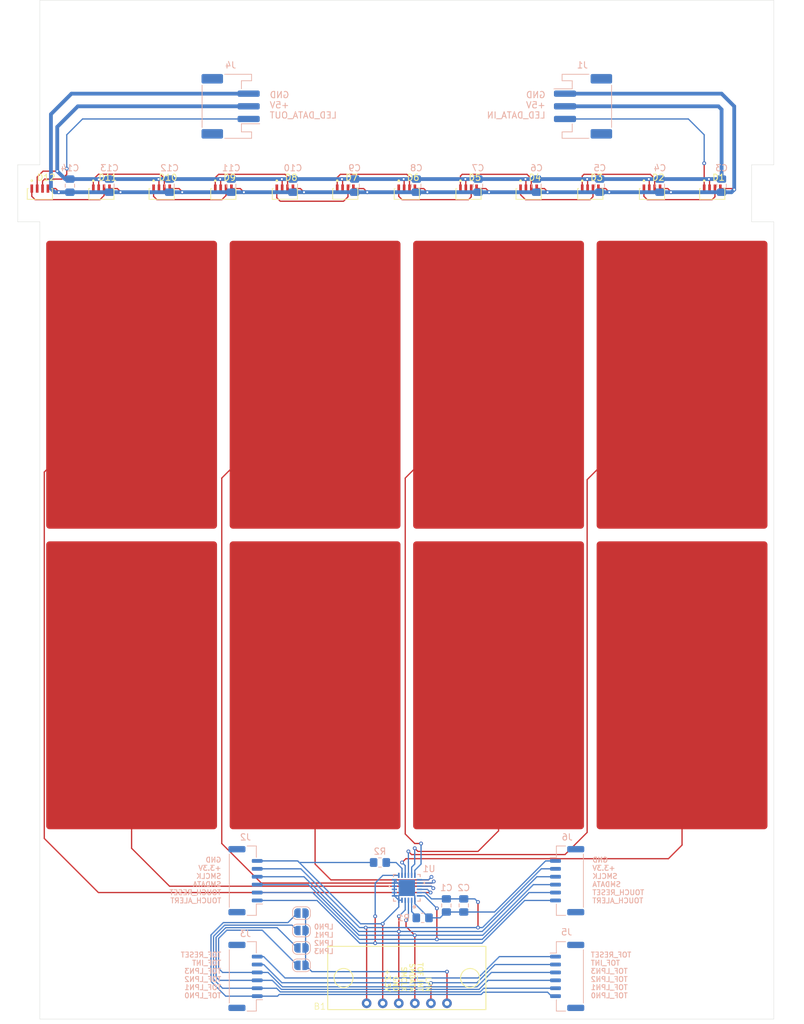
<source format=kicad_pcb>
(kicad_pcb (version 20241229) (generator "pcbnew") (generator_version "9.0")
  (layers (0 "F.Cu" signal) (2 "B.Cu" signal) (13 "F.Paste" user) (15 "B.Paste" user) (5 "F.SilkS" user "F.Silkscreen") (7 "B.SilkS" user "B.Silkscreen") (1 "F.Mask" user) (3 "B.Mask" user) (25 "Edge.Cuts" user))
  (net 0 "")
  (net 1 "+3.3V")
  (net 2 "SMDATA")
  (net 3 "TOUCH_RESET")
  (net 4 "GND")
  (net 5 "TOUCH_ALERT")
  (net 6 "SMCLK")
  (net 7 "Net-(K1-Pin_1)")
  (net 8 "Net-(K2-Pin_1)")
  (net 9 "Net-(K3-Pin_1)")
  (net 10 "Net-(K4-Pin_1)")
  (net 11 "Net-(K5-Pin_1)")
  (net 12 "Net-(K6-Pin_1)")
  (net 13 "Net-(K7-Pin_1)")
  (net 14 "Net-(K8-Pin_1)")
  (net 15 "Net-(U1-WAKE{slash}SPI_MOSI)")
  (net 16 "Net-(U1-ADDR_COMM)")
  (net 17 "+5V")
  (net 18 "Net-(D1-DOUT)")
  (net 19 "Net-(D11-DOUT)")
  (net 20 "Net-(D2-DOUT)")
  (net 21 "Net-(D3-DOUT)")
  (net 22 "Net-(D4-DOUT)")
  (net 23 "Net-(D5-DOUT)")
  (net 24 "Net-(D6-DOUT)")
  (net 25 "Net-(D7-DOUT)")
  (net 26 "Net-(D10-DIN)")
  (net 27 "Net-(D10-DOUT)")
  (net 28 "Net-(D8-DOUT)")
  (net 29 "LED_DATA_IN")
  (net 30 "LED_DATA_OUT")
  (net 31 "TOF_LPN0")
  (net 32 "TOF_RESET")
  (net 33 "TOF_LPN3")
  (net 34 "TOF_INT")
  (net 35 "TOF_LPN2")
  (net 36 "TOF_LPN1")
  (net 37 "Net-(B1-LPN)")
  (footprint "WS2812B-4020:LED_WS2812B-4020" (layer "F.Cu") (at 243.975 131.35 180)
    (property "Reference" "D8")
    (property "Value" "WS2812B-4020")
  )
  (footprint "WS2812B-4020:LED_WS2812B-4020" (layer "F.Cu") (at 234.25 131.35 180)
    (property "Reference" "D9")
    (property "Value" "WS2812B-4020")
  )
  (footprint "WS2812B-4020:LED_WS2812B-4020" (layer "F.Cu") (at 282.5 131.35 180)
    (property "Reference" "D4")
    (property "Value" "WS2812B-4020")
  )
  (footprint "WS2812B-4020:LED_WS2812B-4020" (layer "F.Cu") (at 311.525 131.35 180)
    (property "Reference" "D1")
    (property "Value" "WS2812B-4020")
  )
  (footprint "WS2812B-4020:LED_WS2812B-4020" (layer "F.Cu") (at 224.5 131.35 180)
    (property "Reference" "D10")
    (property "Value" "WS2812B-4020")
  )
  (footprint "WS2812B-4020:LED_WS2812B-4020" (layer "F.Cu") (at 214.975 131.35 180)
    (property "Reference" "D11")
    (property "Value" "WS2812B-4020")
  )
  (footprint "TouchKey:TouchKey_Standard" (layer "F.Cu") (at 248.75 212.25)
    (property "Reference" "K4" (hide yes))
    (property "Value" "Conn_01x01")
  )
  (footprint "TouchKey:TouchKey_Standard" (layer "F.Cu") (at 248.75 158.25 180)
    (property "Reference" "K3" (hide yes))
    (property "Value" "Conn_01x01")
  )
  (footprint "MountingHole:MountingHole_3.2mm_M3" (layer "F.Cu") (at 311.25 255.75)
    (property "Reference" "H4" (hide yes))
    (property "Value" "MountingHole")
  )
  (footprint "WS2812B-4020:LED_WS2812B-4020" (layer "F.Cu") (at 253.525 131.35 180)
    (property "Reference" "D7")
    (property "Value" "WS2812B-4020")
  )
  (footprint "WS2812B-4020:LED_WS2812B-4020" (layer "F.Cu") (at 292.25 131.35 180)
    (property "Reference" "D3")
    (property "Value" "WS2812B-4020")
  )
  (footprint "MountingHole:MountingHole_3.2mm_M3" (layer "F.Cu") (at 311.25 106.75)
    (property "Reference" "H2" (hide yes))
    (property "Value" "MountingHole")
  )
  (footprint "WS2812B-4020:LED_WS2812B-4020" (layer "F.Cu") (at 273 131.35 180)
    (property "Reference" "D5")
    (property "Value" "WS2812B-4020")
  )
  (footprint "TouchKey:TouchKey_Standard" (layer "F.Cu") (at 306.75 212.25)
    (property "Reference" "K8" (hide yes))
    (property "Value" "Conn_01x01")
  )
  (footprint "WS2812B-4020:LED_WS2812B-4020" (layer "F.Cu") (at 302 131.35 180)
    (property "Reference" "D2")
    (property "Value" "WS2812B-4020")
  )
  (footprint "TouchKey:TouchKey_Standard" (layer "F.Cu") (at 219.75 158.25 180)
    (property "Reference" "K1" (hide yes))
    (property "Value" "Conn_01x01")
  )
  (footprint "TouchKey:TouchKey_Standard" (layer "F.Cu") (at 277.75 212.25)
    (property "Reference" "K6" (hide yes))
    (property "Value" "Conn_01x01")
  )
  (footprint "WS2812B-4020:LED_WS2812B-4020" (layer "F.Cu") (at 205.25 131.35 180)
    (property "Reference" "D12")
    (property "Value" "WS2812B-4020")
  )
  (footprint "MountingHole:MountingHole_3.2mm_M3" (layer "F.Cu") (at 215.25 106.75)
    (property "Reference" "H1" (hide yes))
    (property "Value" "MountingHole")
  )
  (footprint "WS2812B-4020:LED_WS2812B-4020" (layer "F.Cu") (at 263.25 131.35 180)
    (property "Reference" "D6")
    (property "Value" "WS2812B-4020")
  )
  (footprint "TouchKey:TouchKey_Standard" (layer "F.Cu") (at 219.75 212.25)
    (property "Reference" "K2" (hide yes))
    (property "Value" "Conn_01x01")
  )
  (footprint "TouchKey:TouchKey_Standard" (layer "F.Cu") (at 306.75 158.25 180)
    (property "Reference" "K7" (hide yes))
    (property "Value" "Conn_01x01")
  )
  (footprint "TouchKey:TouchKey_Standard" (layer "F.Cu") (at 277.75 158.25 180)
    (property "Reference" "K5" (hide yes))
    (property "Value" "Conn_01x01")
  )
  (footprint "MountingHole:MountingHole_3.2mm_M3" (layer "F.Cu") (at 215.25 255.75)
    (property "Reference" "H3" (hide yes))
    (property "Value" "MountingHole")
  )
  (footprint "VL53L5CX_Breakout:VL53L5CX_Breakout_Aliexpress" (layer "F.Cu") (at 263.25 255.25 180)
    (property "Reference" "B1")
    (property "Value" "~")
  )
  (footprint "Resistor_SMD:R_0805_2012Metric_Pad1.20x1.40mm_HandSolder" (layer "B.Cu") (at 265.75 245.75 180)
    (property "Reference" "R1")
    (property "Value" "10k")
  )
  (footprint "Capacitor_SMD:C_0805_2012Metric_Pad1.18x1.45mm_HandSolder" (layer "B.Cu") (at 313 130.0375 90)
    (property "Reference" "C3")
    (property "Value" "0.1uF")
  )
  (footprint "Capacitor_SMD:C_0805_2012Metric_Pad1.18x1.45mm_HandSolder" (layer "B.Cu") (at 235.5 130.0375 90)
    (property "Reference" "C11")
    (property "Value" "0.1uF")
  )
  (footprint "Capacitor_SMD:C_0805_2012Metric_Pad1.18x1.45mm_HandSolder" (layer "B.Cu") (at 210 130.0375 90)
    (property "Reference" "C14")
    (property "Value" "0.1uF")
  )
  (footprint "Resistor_SMD:R_0805_2012Metric_Pad1.20x1.40mm_HandSolder" (layer "B.Cu") (at 259 237 180)
    (property "Reference" "R2")
    (property "Value" "150k")
  )
  (footprint "Capacitor_SMD:C_0805_2012Metric_Pad1.18x1.45mm_HandSolder" (layer "B.Cu") (at 225.75 130.0375 90)
    (property "Reference" "C12")
    (property "Value" "0.1uF")
  )
  (footprint "CAP1188_1_CP_TR:QFN24_4X4MC_MCH" (layer "B.Cu") (at 263.25 241 90)
    (property "Reference" "U1")
    (property "Value" "CAP1188-1-CP-TR")
  )
  (footprint "Jumper:SolderJumper-2_P1.3mm_Open_RoundedPad1.0x1.5mm" (layer "B.Cu") (at 246.6 247.75)
    (property "Reference" "JP2" (hide yes))
    (property "Value" "SolderJumper_2_Open")
  )
  (footprint "Jumper:SolderJumper-2_P1.3mm_Open_RoundedPad1.0x1.5mm" (layer "B.Cu") (at 246.6 250.5)
    (property "Reference" "JP3" (hide yes))
    (property "Value" "SolderJumper_2_Open")
  )
  (footprint "Connector_JST:JST_PH_S3B-PH-SM4-TB_1x03-1MP_P2.00mm_Horizontal" (layer "B.Cu") (at 291.1 117.5 -90)
    (property "Reference" "J1")
    (property "Value" "Conn_01x03_Socket")
  )
  (footprint "Capacitor_SMD:C_0805_2012Metric_Pad1.18x1.45mm_HandSolder" (layer "B.Cu") (at 264.75 130.0375 90)
    (property "Reference" "C8")
    (property "Value" "0.1uF")
  )
  (footprint "Connector_JST:JST_GH_SM06B-GHS-TB_1x06-1MP_P1.25mm_Horizontal" (layer "B.Cu") (at 288.6 255 -90)
    (property "Reference" "J5")
    (property "Value" "Conn_01x06_Socket")
  )
  (footprint "Capacitor_SMD:C_0805_2012Metric_Pad1.18x1.45mm_HandSolder" (layer "B.Cu") (at 274.5 130.0375 90)
    (property "Reference" "C7")
    (property "Value" "0.1uF")
  )
  (footprint "Capacitor_SMD:C_0805_2012Metric_Pad1.18x1.45mm_HandSolder" (layer "B.Cu") (at 272.25 243.7875 -90)
    (property "Reference" "C2")
    (property "Value" "10uF")
  )
  (footprint "Capacitor_SMD:C_0805_2012Metric_Pad1.18x1.45mm_HandSolder" (layer "B.Cu") (at 255 130.0375 90)
    (property "Reference" "C9")
    (property "Value" "0.1uF")
  )
  (footprint "Capacitor_SMD:C_0805_2012Metric_Pad1.18x1.45mm_HandSolder" (layer "B.Cu") (at 283.75 130.0375 90)
    (property "Reference" "C6")
    (property "Value" "0.1uF")
  )
  (footprint "Capacitor_SMD:C_0805_2012Metric_Pad1.18x1.45mm_HandSolder" (layer "B.Cu") (at 293.75 130.0375 90)
    (property "Reference" "C5")
    (property "Value" "0.1uF")
  )
  (footprint "Capacitor_SMD:C_0805_2012Metric_Pad1.18x1.45mm_HandSolder" (layer "B.Cu") (at 216.25 130.0375 90)
    (property "Reference" "C13")
    (property "Value" "0.1uF")
  )
  (footprint "Logo:Snep_Copper" (layer "B.Cu") (at 262.5 117.5 180)
    (property "Reference" "G***" (hide yes))
    (property "Value" "LOGO" (hide yes))
  )
  (footprint "Capacitor_SMD:C_0805_2012Metric_Pad1.18x1.45mm_HandSolder" (layer "B.Cu") (at 269.5 243.7875 -90)
    (property "Reference" "C1")
    (property "Value" "0.1uF")
  )
  (footprint "Capacitor_SMD:C_0805_2012Metric_Pad1.18x1.45mm_HandSolder" (layer "B.Cu") (at 245.25 130.0375 90)
    (property "Reference" "C10")
    (property "Value" "0.1uF")
  )
  (footprint "Connector_JST:JST_PH_S3B-PH-SM4-TB_1x03-1MP_P2.00mm_Horizontal" (layer "B.Cu") (at 235.4 117.5 90)
    (property "Reference" "J4")
    (property "Value" "Conn_01x03_Socket")
  )
  (footprint "Connector_JST:JST_GH_SM06B-GHS-TB_1x06-1MP_P1.25mm_Horizontal" (layer "B.Cu") (at 288.6 239.875 -90)
    (property "Reference" "J6")
    (property "Value" "Conn_01x06_Socket")
  )
  (footprint "Connector_JST:JST_GH_SM06B-GHS-TB_1x06-1MP_P1.25mm_Horizontal" (layer "B.Cu") (at 237.75 255 90)
    (property "Reference" "J3")
    (property "Value" "Conn_01x06_Socket")
  )
  (footprint "Capacitor_SMD:C_0805_2012Metric_Pad1.18x1.45mm_HandSolder" (layer "B.Cu") (at 303.25 130.0375 90)
    (property "Reference" "C4")
    (property "Value" "0.1uF")
  )
  (footprint "Jumper:SolderJumper-2_P1.3mm_Open_RoundedPad1.0x1.5mm" (layer "B.Cu") (at 246.6 253.25)
    (property "Reference" "JP4" (hide yes))
    (property "Value" "SolderJumper_2_Open")
  )
  (footprint "Jumper:SolderJumper-2_P1.3mm_Open_RoundedPad1.0x1.5mm" (layer "B.Cu") (at 246.6 245)
    (property "Reference" "JP1" (hide yes))
    (property "Value" "SolderJumper_2_Open")
  )
  (footprint "Connector_JST:JST_GH_SM06B-GHS-TB_1x06-1MP_P1.25mm_Horizontal" (layer "B.Cu") (at 237.75 239.875 90)
    (property "Reference" "J2")
    (property "Value" "Conn_01x06_Socket")
  )
  (gr_line (start 321.25 100.75) (end 321.25 126.75) (stroke (width 0.05)) (layer "Edge.Cuts"))
  (gr_line (start 205.25 100.75) (end 205.25 126.75) (stroke (width 0.05)) (layer "Edge.Cuts"))
  (gr_line (start 201.75 126.75) (end 201.75 135.75) (stroke (width 0.05)) (layer "Edge.Cuts"))
  (gr_line (start 321.25 135.75) (end 317.75 135.75) (stroke (width 0.05)) (layer "Edge.Cuts"))
  (gr_line (start 321.25 135.75) (end 321.25 261.75) (stroke (width 0.05)) (layer "Edge.Cuts"))
  (gr_line (start 205.25 135.75) (end 205.25 261.75) (stroke (width 0.05)) (layer "Edge.Cuts"))
  (gr_line (start 321.25 261.75) (end 205.25 261.75) (stroke (width 0.05)) (layer "Edge.Cuts"))
  (gr_line (start 205.25 135.75) (end 201.75 135.75) (stroke (width 0.05)) (layer "Edge.Cuts"))
  (gr_line (start 205.25 100.75) (end 321.25 100.75) (stroke (width 0.05)) (layer "Edge.Cuts"))
  (gr_line (start 317.75 126.75) (end 317.75 135.75) (stroke (width 0.05)) (layer "Edge.Cuts"))
  (gr_line (start 201.75 126.75) (end 205.25 126.75) (stroke (width 0.05)) (layer "Edge.Cuts"))
  (gr_line (start 317.75 126.75) (end 321.25 126.75) (stroke (width 0.05)) (layer "Edge.Cuts"))
  (gr_text "LPN\nTOF_INT\nSMDATA\nSMCLK\nGND\n+3.3V" (at 259.75 257.5 270) (layer "F.SilkS") (effects (font (size 0.8 0.8)) (justify right bottom)))
  (gr_text "GND\n+5V\nLED_DATA_IN" (at 285.25 119.5 0) (layer "B.SilkS") (effects (font (size 1 1)) (justify left bottom mirror)))
  (gr_text "GND\n+3.3V\nSMCLK\nSMDATA\nTOUCH_RESET\nTOUCH_ALERT" (at 292.5 243.5 0) (layer "B.SilkS") (effects (font (size 0.8 0.8)) (justify right bottom mirror)))
  (gr_text "LPN0\nLPN1\nLPN2\nLPN3" (at 251.75 251.5 0) (layer "B.SilkS") (effects (font (size 0.8 0.8)) (justify left bottom mirror)))
  (gr_text "TOF_RESET\nTOF_INT\nTOF_LPN3\nTOF_LPN2\nTOF_LPN1\nTOF_LPN0" (at 292.25 258.5 0) (layer "B.SilkS") (effects (font (size 0.8 0.8)) (justify right bottom mirror)))
  (gr_text "GND\n+5V\nLED_DATA_OUT" (at 241.5 119.5 0) (layer "B.SilkS") (effects (font (size 1 1)) (justify right bottom mirror)))
  (gr_text "GND\n+3.3V\nSMCLK\nSMDATA\nTOUCH_RESET\nTOUCH_ALERT" (at 234 243.5 0) (layer "B.SilkS") (effects (font (size 0.8 0.8)) (justify left bottom mirror)))
  (gr_text "TOF_RESET\nTOF_INT\nTOF_LPN3\nTOF_LPN2\nTOF_LPN1\nTOF_LPN0" (at 234 258.5 0) (layer "B.SilkS") (effects (font (size 0.8 0.8)) (justify left bottom mirror)))
  (segment (start 256.9 247.436657) (end 256.9 259.25) (width 0.2) (layer "F.Cu") (net 1))
  (segment (start 274.5 243.25) (end 274.5 247.286657) (width 0.2) (layer "F.Cu") (net 1))
  (segment (start 256.75 247.286657) (end 256.9 247.436657) (width 0.2) (layer "F.Cu") (net 1))
  (via (at 256.75 247.286657) (size 0.6) (drill 0.3) (layers "F.Cu" "B.Cu") (net 1))
  (via (at 274.5 243.25) (size 0.6) (drill 0.3) (layers "F.Cu" "B.Cu") (net 1))
  (via (at 274.5 247.286657) (size 0.6) (drill 0.3) (layers "F.Cu" "B.Cu") (net 1))
  (segment (start 265.2185 241.762) (end 266.163471 241.762) (width 0.2) (layer "B.Cu") (net 1))
  (segment (start 267.151471 242.75) (end 271.5 242.75) (width 0.2) (layer "B.Cu") (net 1))
  (segment (start 266.163471 241.762) (end 267.151471 242.75) (width 0.2) (layer "B.Cu") (net 1))
  (segment (start 274.5 247.286657) (end 275.213343 247.286657) (width 0.2) (layer "B.Cu") (net 1))
  (segment (start 274 242.75) (end 274.5 243.25) (width 0.2) (layer "B.Cu") (net 1))
  (segment (start 255.786657 247.286657) (end 246.5 238) (width 0.2) (layer "B.Cu") (net 1))
  (segment (start 256.75 247.286657) (end 255.786657 247.286657) (width 0.2) (layer "B.Cu") (net 1))
  (segment (start 284.5 238) (end 286.75 238) (width 0.2) (layer "B.Cu") (net 1))
  (segment (start 272.25 242.75) (end 274 242.75) (width 0.2) (layer "B.Cu") (net 1))
  (segment (start 274.5 247.286657) (end 256.75 247.286657) (width 0.2) (layer "B.Cu") (net 1))
  (segment (start 271.5 242.75) (end 272.25 242.75) (width 0.2) (layer "B.Cu") (net 1))
  (segment (start 275.213343 247.286657) (end 284.5 238) (width 0.2) (layer "B.Cu") (net 1))
  (segment (start 246.5 238) (end 239.6 238) (width 0.2) (layer "B.Cu") (net 1))
  (segment (start 263.125 247.125) (end 263.125 246.125) (width 0.2) (layer "F.Cu") (net 2))
  (segment (start 264.52 248.52) (end 264.52 259.25) (width 0.2) (layer "F.Cu") (net 2))
  (segment (start 264.5 248.5) (end 264.52 248.52) (width 0.2) (layer "F.Cu") (net 2))
  (segment (start 264.5 248.5) (end 263.125 247.125) (width 0.2) (layer "F.Cu") (net 2))
  (via (at 263.125 246.125) (size 0.6) (drill 0.3) (layers "F.Cu" "B.Cu") (net 2))
  (via (at 264.5 248.5) (size 0.6) (drill 0.3) (layers "F.Cu" "B.Cu") (net 2))
  (segment (start 262.249943 248.5) (end 264.5 248.5) (width 0.2) (layer "B.Cu") (net 2))
  (segment (start 247.6829 240.5) (end 255.6829 248.5) (width 0.2) (layer "B.Cu") (net 2))
  (segment (start 262.248943 248.501) (end 262.249943 248.5) (width 0.2) (layer "B.Cu") (net 2))
  (segment (start 239.6 240.5) (end 247.6829 240.5) (width 0.2) (layer "B.Cu") (net 2))
  (segment (start 261.750057 248.5) (end 261.751057 248.501) (width 0.2) (layer "B.Cu") (net 2))
  (segment (start 263.504 245.746) (end 263.504 242.9685) (width 0.2) (layer "B.Cu") (net 2))
  (segment (start 255.6829 248.5) (end 261.750057 248.5) (width 0.2) (layer "B.Cu") (net 2))
  (segment (start 283.25 240.5) (end 286.75 240.5) (width 0.2) (layer "B.Cu") (net 2))
  (segment (start 275.25 248.5) (end 283.25 240.5) (width 0.2) (layer "B.Cu") (net 2))
  (segment (start 263.125 246.125) (end 263.504 245.746) (width 0.2) (layer "B.Cu") (net 2))
  (segment (start 261.751057 248.501) (end 262.248943 248.501) (width 0.2) (layer "B.Cu") (net 2))
  (segment (start 264.5 248.5) (end 275.25 248.5) (width 0.2) (layer "B.Cu") (net 2))
  (segment (start 268 249.15) (end 268 244.25) (width 0.2) (layer "F.Cu") (net 3))
  (via (at 268 249.15) (size 0.6) (drill 0.3) (layers "F.Cu" "B.Cu") (net 3))
  (via (at 268 244.25) (size 0.6) (drill 0.3) (layers "F.Cu" "B.Cu") (net 3))
  (segment (start 282.565686 241.75) (end 286.75 241.75) (width 0.2) (layer "B.Cu") (net 3))
  (segment (start 248.3658 241.75) (end 255.7658 249.15) (width 0.2) (layer "B.Cu") (net 3))
  (segment (start 268 249.15) (end 275.165686 249.15) (width 0.2) (layer "B.Cu") (net 3))
  (segment (start 239.6 241.75) (end 248.3658 241.75) (width 0.2) (layer "B.Cu") (net 3))
  (segment (start 255.7658 249.15) (end 268 249.15) (width 0.2) (layer "B.Cu") (net 3))
  (segment (start 266.02 242.27) (end 265.2185 242.27) (width 0.2) (layer "B.Cu") (net 3))
  (segment (start 275.165686 249.15) (end 282.565686 241.75) (width 0.2) (layer "B.Cu") (net 3))
  (segment (start 268 244.25) (end 266.02 242.27) (width 0.2) (layer "B.Cu") (net 3))
  (segment (start 217.5 130.5) (end 216.25 130.5) (width 0.2) (layer "F.Cu") (net 4))
  (segment (start 237.5 131.075) (end 236.925 130.5) (width 0.2) (layer "F.Cu") (net 4))
  (segment (start 314.85 130.5) (end 312.8 130.5) (width 0.2) (layer "F.Cu") (net 4))
  (segment (start 304.5 130.5) (end 303.275 130.5) (width 0.2) (layer "F.Cu") (net 4))
  (segment (start 285 130.5) (end 283.775 130.5) (width 0.2) (layer "F.Cu") (net 4))
  (segment (start 294.675 130.5) (end 293.525 130.5) (width 0.2) (layer "F.Cu") (net 4))
  (segment (start 247 131.075) (end 246.425 130.5) (width 0.2) (layer "F.Cu") (net 4))
  (segment (start 227.25 130.5) (end 225.775 130.5) (width 0.2) (layer "F.Cu") (net 4))
  (segment (start 285.5 131.075) (end 285.5 131) (width 0.2) (layer "F.Cu") (net 4))
  (segment (start 285.5 131) (end 285 130.5) (width 0.2) (layer "F.Cu") (net 4))
  (segment (start 218 131.075) (end 218 131) (width 0.2) (layer "F.Cu") (net 4))
  (segment (start 266.5 131.075) (end 265.925 130.5) (width 0.2) (layer "F.Cu") (net 4))
  (segment (start 276.25 131) (end 275.75 130.5) (width 0.2) (layer "F.Cu") (net 4))
  (segment (start 207.75 130.5) (end 206.525 130.5) (width 0.2) (layer "F.Cu") (net 4))
  (segment (start 218 131) (end 217.5 130.5) (width 0.2) (layer "F.Cu") (net 4))
  (segment (start 275.75 130.5) (end 274.275 130.5) (width 0.2) (layer "F.Cu") (net 4))
  (segment (start 246.425 130.5) (end 245.25 130.5) (width 0.2) (layer "F.Cu") (net 4))
  (segment (start 208.25 131.075) (end 208.25 131) (width 0.2) (layer "F.Cu") (net 4))
  (segment (start 315 130.65) (end 314.85 130.5) (width 0.2) (layer "F.Cu") (net 4))
  (segment (start 305 131) (end 304.5 130.5) (width 0.2) (layer "F.Cu") (net 4))
  (segment (start 276.25 131.075) (end 276.25 131) (width 0.2) (layer "F.Cu") (net 4))
  (segment (start 305 131.075) (end 305 131) (width 0.2) (layer "F.Cu") (net 4))
  (segment (start 265.925 130.5) (end 264.525 130.5) (width 0.2) (layer "F.Cu") (net 4))
  (segment (start 236.925 130.5) (end 235.525 130.5) (width 0.2) (layer "F.Cu") (net 4))
  (segment (start 208.25 131) (end 207.75 130.5) (width 0.2) (layer "F.Cu") (net 4))
  (segment (start 295.25 131.075) (end 294.675 130.5) (width 0.2) (layer "F.Cu") (net 4))
  (segment (start 257 131.075) (end 256.425 130.5) (width 0.2) (layer "F.Cu") (net 4))
  (segment (start 259.44 246.686657) (end 259.44 259.25) (width 0.2) (layer "F.Cu") (net 4))
  (segment (start 256.425 130.5) (end 254.8 130.5) (width 0.2) (layer "F.Cu") (net 4))
  (segment (start 227.75 131.075) (end 227.75 131) (width 0.2) (layer "F.Cu") (net 4))
  (segment (start 227.75 131) (end 227.25 130.5) (width 0.2) (layer "F.Cu") (net 4))
  (via (at 247 131.075) (size 0.6) (drill 0.3) (layers "F.Cu" "B.Cu") (net 4))
  (via (at 218 131.075) (size 0.6) (drill 0.3) (layers "F.Cu" "B.Cu") (net 4))
  (via (at 276.25 131.075) (size 0.6) (drill 0.3) (layers "F.Cu" "B.Cu") (net 4))
  (via (at 266.5 131.075) (size 0.6) (drill 0.3) (layers "F.Cu" "B.Cu") (net 4))
  (via (at 285.5 131.075) (size 0.6) (drill 0.3) (layers "F.Cu" "B.Cu") (net 4))
  (via (at 237.5 131.075) (size 0.6) (drill 0.3) (layers "F.Cu" "B.Cu") (net 4))
  (via (at 257 131.075) (size 0.6) (drill 0.3) (layers "F.Cu" "B.Cu") (net 4))
  (via (at 295.25 131.075) (size 0.6) (drill 0.3) (layers "F.Cu" "B.Cu") (net 4))
  (via (at 208.25 131.075) (size 0.6) (drill 0.3) (layers "F.Cu" "B.Cu") (net 4))
  (via (at 259.44 246.686657) (size 0.6) (drill 0.3) (layers "F.Cu" "B.Cu") (net 4))
  (via (at 305 131.075) (size 0.6) (drill 0.3) (layers "F.Cu" "B.Cu") (net 4))
  (via (at 227.75 131.075) (size 0.6) (drill 0.3) (layers "F.Cu" "B.Cu") (net 4))
  (via (at 315 130.65) (size 0.6) (drill 0.3) (layers "F.Cu" "B.Cu") (net 4))
  (segment (start 272.25 244.825) (end 269.5 244.825) (width 0.2) (layer "B.Cu") (net 4))
  (segment (start 261.2815 239.73) (end 261.2815 242.27) (width 0.2) (layer "B.Cu") (net 4))
  (segment (start 207 130.5) (end 207 118.75) (width 0.6) (layer "B.Cu") (net 4))
  (segment (start 264.52 243.52) (end 266.75 245.75) (width 0.2) (layer "B.Cu") (net 4))
  (segment (start 261.98 244.02) (end 261.98 242.9685) (width 0.2) (layer "B.Cu") (net 4))
  (segment (start 261.98 242.27) (end 261.2815 242.27) (width 0.2) (layer "B.Cu") (net 4))
  (segment (start 264.5121 242.9606) (end 264.5121 242.2621) (width 0.2) (layer "B.Cu") (net 4))
  (segment (start 210.25 115.5) (end 238.35 115.5) (width 0.6) (layer "B.Cu") (net 4))
  (segment (start 266.75 245.75) (end 268.5 245.75) (width 0.2) (layer "B.Cu") (net 4))
  (segment (start 239.6 236.75) (end 246 236.75) (width 0.2) (layer "B.Cu") (net 4))
  (segment (start 261.2815 239.73) (end 262.5515 241) (width 0.2) (layer "B.Cu") (net 4))
  (segment (start 261.98 242.27) (end 263.25 241) (width 0.2) (layer "B.Cu") (net 4))
  (segment (start 255.936657 246.686657) (end 246 236.75) (width 0.2) (layer "B.Cu") (net 4))
  (segment (start 261.98 242.9685) (end 261.98 242.27) (width 0.2) (layer "B.Cu") (net 4))
  (segment (start 259.44 246.56) (end 261.98 244.02) (width 0.2) (layer "B.Cu") (net 4))
  (segment (start 277.109314 244.825) (end 285.184314 236.75) (width 0.2) (layer "B.Cu") (net 4))
  (segment (start 207 118.75) (end 210.25 115.5) (width 0.6) (layer "B.Cu") (net 4))
  (segment (start 315 117.5) (end 313 115.5) (width 0.6) (layer "B.Cu") (net 4))
  (segment (start 313 115.5) (end 288.15 115.5) (width 0.6) (layer "B.Cu") (net 4))
  (segment (start 246.25 237) (end 246 236.75) (width 0.2) (layer "B.Cu") (net 4))
  (segment (start 268.5 245.75) (end 269.425 244.825) (width 0.2) (layer "B.Cu") (net 4))
  (segment (start 207.575 131.075) (end 207 130.5) (width 0.6) (layer "B.Cu") (net 4))
  (segment (start 261.2815 242.27) (end 261.98 242.9685) (width 0.2) (layer "B.Cu") (net 4))
  (segment (start 264.52 242.9685) (end 264.52 243.52) (width 0.2) (layer "B.Cu") (net 4))
  (segment (start 264.5121 242.2621) (end 263.25 241) (width 0.2) (layer "B.Cu") (net 4))
  (segment (start 259.44 246.686657) (end 259.44 246.56) (width 0.2) (layer "B.Cu") (net 4))
  (segment (start 315 130.65) (end 315 117.5) (width 0.6) (layer "B.Cu") (net 4))
  (segment (start 259.44 246.686657) (end 255.936657 246.686657) (width 0.2) (layer "B.Cu") (net 4))
  (segment (start 262.488 242.9685) (end 261.98 242.9685) (width 0.2) (layer "B.Cu") (net 4))
  (segment (start 314.575 131.075) (end 207.575 131.075) (width 0.6) (layer "B.Cu") (net 4))
  (segment (start 285.184314 236.75) (end 286.75 236.75) (width 0.2) (layer "B.Cu") (net 4))
  (segment (start 315 130.65) (end 314.575 131.075) (width 0.6) (layer "B.Cu") (net 4))
  (segment (start 272.25 244.825) (end 277.109314 244.825) (width 0.2) (layer "B.Cu") (net 4))
  (segment (start 258 237) (end 246.25 237) (width 0.2) (layer "B.Cu") (net 4))
  (segment (start 258.25 245.5) (end 258.25 249.75) (width 0.2) (layer "F.Cu") (net 5))
  (via (at 258.25 249.75) (size 0.6) (drill 0.3) (layers "F.Cu" "B.Cu") (net 5))
  (via (at 258.25 245.5) (size 0.6) (drill 0.3) (layers "F.Cu" "B.Cu") (net 5))
  (segment (start 259.4685 239.0315) (end 258.25 240.25) (width 0.2) (layer "B.Cu") (net 5))
  (segment (start 255.7987 249.75) (end 258.25 249.75) (width 0.2) (layer "B.Cu") (net 5))
  (segment (start 249.0487 243) (end 255.7987 249.75) (width 0.2) (layer "B.Cu") (net 5))
  (segment (start 258.25 240.25) (end 258.25 245.5) (width 0.2) (layer "B.Cu") (net 5))
  (segment (start 261.98 239.0315) (end 259.4685 239.0315) (width 0.2) (layer "B.Cu") (net 5))
  (segment (start 239.6 243) (end 249.0487 243) (width 0.2) (layer "B.Cu") (net 5))
  (segment (start 258.25 249.75) (end 275.131372 249.75) (width 0.2) (layer "B.Cu") (net 5))
  (segment (start 275.131372 249.75) (end 281.881372 243) (width 0.2) (layer "B.Cu") (net 5))
  (segment (start 281.881372 243) (end 286.75 243) (width 0.2) (layer "B.Cu") (net 5))
  (segment (start 261.98 247.92) (end 262 247.9) (width 0.2) (layer "F.Cu") (net 6))
  (segment (start 262 245.5) (end 262 247.9) (width 0.2) (layer "F.Cu") (net 6))
  (segment (start 261.98 259.25) (end 261.98 247.92) (width 0.2) (layer "F.Cu") (net 6))
  (via (at 262 247.9) (size 0.6) (drill 0.3) (layers "F.Cu" "B.Cu") (net 6))
  (via (at 262 245.5) (size 0.6) (drill 0.3) (layers "F.Cu" "B.Cu") (net 6))
  (segment (start 255.65 247.9) (end 247 239.25) (width 0.2) (layer "B.Cu") (net 6))
  (segment (start 262 247.9) (end 275.165686 247.9) (width 0.2) (layer "B.Cu") (net 6))
  (segment (start 262.996 244.504) (end 262 245.5) (width 0.2) (layer "B.Cu") (net 6))
  (segment (start 262 247.9) (end 255.65 247.9) (width 0.2) (layer "B.Cu") (net 6))
  (segment (start 247 239.25) (end 239.6 239.25) (width 0.2) (layer "B.Cu") (net 6))
  (segment (start 275.165686 247.9) (end 283.815686 239.25) (width 0.2) (layer "B.Cu") (net 6))
  (segment (start 283.815686 239.25) (end 286.75 239.25) (width 0.2) (layer "B.Cu") (net 6))
  (segment (start 262.996 242.9685) (end 262.996 244.504) (width 0.2) (layer "B.Cu") (net 6))
  (segment (start 205.95 233.2) (end 214.5 241.75) (width 0.2) (layer "F.Cu") (net 7))
  (segment (start 205.95 175.3) (end 205.95 233.2) (width 0.2) (layer "F.Cu") (net 7))
  (segment (start 219.75 161.5) (end 205.95 175.3) (width 0.2) (layer "F.Cu") (net 7))
  (segment (start 214.5 241.75) (end 267 241.75) (width 0.2) (layer "F.Cu") (net 7))
  (via (at 267 241.75) (size 0.6) (drill 0.3) (layers "F.Cu" "B.Cu") (net 7))
  (segment (start 267 241.75) (end 266.504 241.254) (width 0.2) (layer "B.Cu") (net 7))
  (segment (start 266.504 241.254) (end 265.2185 241.254) (width 0.2) (layer "B.Cu") (net 7))
  (segment (start 219.75 234.75) (end 219.75 209) (width 0.2) (layer "F.Cu") (net 8))
  (segment (start 225.75 240.75) (end 219.75 234.75) (width 0.2) (layer "F.Cu") (net 8))
  (segment (start 267.125 240.75) (end 225.75 240.75) (width 0.2) (layer "F.Cu") (net 8))
  (segment (start 267.4375 241.0625) (end 267.125 240.75) (width 0.2) (layer "F.Cu") (net 8))
  (via (at 267.4375 241.0625) (size 0.6) (drill 0.3) (layers "F.Cu" "B.Cu") (net 8))
  (segment (start 267.121 240.746) (end 265.2185 240.746) (width 0.2) (layer "B.Cu") (net 8))
  (segment (start 267.4375 241.0625) (end 267.121 240.746) (width 0.2) (layer "B.Cu") (net 8))
  (segment (start 234 234) (end 234 176.25) (width 0.2) (layer "F.Cu") (net 9))
  (segment (start 234 176.25) (end 248.75 161.5) (width 0.2) (layer "F.Cu") (net 9))
  (segment (start 267.25 240.25) (end 240.25 240.25) (width 0.2) (layer "F.Cu") (net 9))
  (segment (start 267.5 240) (end 267.25 240.25) (width 0.2) (layer "F.Cu") (net 9))
  (segment (start 240.25 240.25) (end 234 234) (width 0.2) (layer "F.Cu") (net 9))
  (via (at 267.5 240) (size 0.6) (drill 0.3) (layers "F.Cu" "B.Cu") (net 9))
  (segment (start 267.5 240) (end 267.262 240.238) (width 0.2) (layer "B.Cu") (net 9))
  (segment (start 267.262 240.238) (end 265.2185 240.238) (width 0.2) (layer "B.Cu") (net 9))
  (segment (start 267.142228 239.284456) (end 266.676684 239.75) (width 0.2) (layer "F.Cu") (net 10))
  (segment (start 251.25 239.75) (end 248.75 237.25) (width 0.2) (layer "F.Cu") (net 10))
  (segment (start 248.75 237.25) (end 248.75 209) (width 0.2) (layer "F.Cu") (net 10))
  (segment (start 266.676684 239.75) (end 251.25 239.75) (width 0.2) (layer "F.Cu") (net 10))
  (via (at 267.142228 239.284456) (size 0.6) (drill 0.3) (layers "F.Cu" "B.Cu") (net 10))
  (segment (start 267.142228 239.284456) (end 266.696684 239.73) (width 0.2) (layer "B.Cu") (net 10))
  (segment (start 266.696684 239.73) (end 265.2185 239.73) (width 0.2) (layer "B.Cu") (net 10))
  (segment (start 265.5 234) (end 264.5 234) (width 0.2) (layer "F.Cu") (net 11))
  (segment (start 263 176.25) (end 277.75 161.5) (width 0.2) (layer "F.Cu") (net 11))
  (segment (start 263 232.5) (end 263 176.25) (width 0.2) (layer "F.Cu") (net 11))
  (segment (start 264.5 234) (end 263 232.5) (width 0.2) (layer "F.Cu") (net 11))
  (via (at 265.5 234) (size 0.6) (drill 0.3) (layers "F.Cu" "B.Cu") (net 11))
  (segment (start 265.5 237.25) (end 265.5 234) (width 0.2) (layer "B.Cu") (net 11))
  (segment (start 265.5 237.25) (end 264.52 238.23) (width 0.2) (layer "B.Cu") (net 11))
  (segment (start 264.52 238.23) (end 264.52 239.0315) (width 0.2) (layer "B.Cu") (net 11))
  (segment (start 264.5 234.75) (end 265 235.25) (width 0.2) (layer "F.Cu") (net 12))
  (segment (start 274.5 235.25) (end 277.75 232) (width 0.2) (layer "F.Cu") (net 12))
  (segment (start 265 235.25) (end 274.5 235.25) (width 0.2) (layer "F.Cu") (net 12))
  (segment (start 277.75 209) (end 277.75 232) (width 0.2) (layer "F.Cu") (net 12))
  (via (at 264.5 234.75) (size 0.6) (drill 0.3) (layers "F.Cu" "B.Cu") (net 12))
  (segment (start 264.012 239.0315) (end 264.012 237.738) (width 0.2) (layer "B.Cu") (net 12))
  (segment (start 264.012 237.738) (end 264.5 237.25) (width 0.2) (layer "B.Cu") (net 12))
  (segment (start 264.5 234.75) (end 264.5 237.25) (width 0.2) (layer "B.Cu") (net 12))
  (segment (start 288.25 235.75) (end 291.75 232.25) (width 0.2) (layer "F.Cu") (net 13))
  (segment (start 291.75 232.25) (end 291.75 176.5) (width 0.2) (layer "F.Cu") (net 13))
  (segment (start 264 235.75) (end 288.25 235.75) (width 0.2) (layer "F.Cu") (net 13))
  (segment (start 291.75 176.5) (end 306.75 161.5) (width 0.2) (layer "F.Cu") (net 13))
  (segment (start 263.5 235.25) (end 264 235.75) (width 0.2) (layer "F.Cu") (net 13))
  (via (at 263.5 235.25) (size 0.6) (drill 0.3) (layers "F.Cu" "B.Cu") (net 13))
  (segment (start 263.5 237) (end 263.504 237.004) (width 0.2) (layer "B.Cu") (net 13))
  (segment (start 263.504 237.004) (end 263.504 239.0315) (width 0.2) (layer "B.Cu") (net 13))
  (segment (start 263.5 235.25) (end 263.5 237) (width 0.2) (layer "B.Cu") (net 13))
  (segment (start 262.5 237) (end 263.1 236.4) (width 0.2) (layer "F.Cu") (net 14))
  (segment (start 263.1 236.4) (end 304.6 236.4) (width 0.2) (layer "F.Cu") (net 14))
  (segment (start 306.75 234.25) (end 306.75 209) (width 0.2) (layer "F.Cu") (net 14))
  (segment (start 304.6 236.4) (end 306.75 234.25) (width 0.2) (layer "F.Cu") (net 14))
  (via (at 262.5 237) (size 0.6) (drill 0.3) (layers "F.Cu" "B.Cu") (net 14))
  (segment (start 262.5 237) (end 262.996 237.496) (width 0.2) (layer "B.Cu") (net 14))
  (segment (start 262.996 237.496) (end 262.996 239.0315) (width 0.2) (layer "B.Cu") (net 14))
  (segment (start 264.012 244.762) (end 264.012 242.9685) (width 0.2) (layer "B.Cu") (net 15))
  (segment (start 264.75 245.5) (end 264.012 244.762) (width 0.2) (layer "B.Cu") (net 15))
  (segment (start 262.488 237.938) (end 261.55 237) (width 0.2) (layer "B.Cu") (net 16))
  (segment (start 261.55 237) (end 260 237) (width 0.2) (layer "B.Cu") (net 16))
  (segment (start 262.488 239.0315) (end 262.488 237.938) (width 0.2) (layer "B.Cu") (net 16))
  (segment (start 224.075 129.075) (end 224.075 130.5) (width 0.2) (layer "F.Cu") (net 17))
  (segment (start 301.575 129.075) (end 301.5 129) (width 0.2) (layer "F.Cu") (net 17))
  (segment (start 233.75 129) (end 233.825 129.075) (width 0.2) (layer "F.Cu") (net 17))
  (segment (start 301.575 130.5) (end 301.575 129.075) (width 0.2) (layer "F.Cu") (net 17))
  (segment (start 204.825 128.675) (end 204.825 130.5) (width 0.2) (layer "F.Cu") (net 17))
  (segment (start 311.1 130.5) (end 311.1 129.1) (width 0.2) (layer "F.Cu") (net 17))
  (segment (start 253.1 129.1) (end 253 129) (width 0.2) (layer "F.Cu") (net 17))
  (segment (start 282.075 129.075) (end 282 129) (width 0.2) (layer "F.Cu") (net 17))
  (segment (start 214.55 129.05) (end 214.55 130.5) (width 0.2) (layer "F.Cu") (net 17))
  (segment (start 272.575 129.075) (end 272.575 130.5) (width 0.2) (layer "F.Cu") (net 17))
  (segment (start 262.825 129.075) (end 262.75 129) (width 0.2) (layer "F.Cu") (net 17))
  (segment (start 214.549265 129.049265) (end 214.55 129.05) (width 0.2) (layer "F.Cu") (net 17))
  (segment (start 291.825 130.5) (end 291.825 129.075) (width 0.2) (layer "F.Cu") (net 17))
  (segment (start 253.1 130.5) (end 253.1 129.1) (width 0.2) (layer "F.Cu") (net 17))
  (segment (start 243.55 129.05) (end 243.55 130.5) (width 0.2) (layer "F.Cu") (net 17))
  (segment (start 262.825 130.5) (end 262.825 129.075) (width 0.2) (layer "F.Cu") (net 17))
  (segment (start 282.075 130.5) (end 282.075 129.075) (width 0.2) (layer "F.Cu") (net 17))
  (segment (start 233.825 129.075) (end 233.825 130.5) (width 0.2) (layer "F.Cu") (net 17))
  (segment (start 243.5 129) (end 243.55 129.05) (width 0.2) (layer "F.Cu") (net 17))
  (segment (start 208 127.75) (end 205.75 127.75) (width 0.2) (layer "F.Cu") (net 17))
  (segment (start 272.5 129) (end 272.575 129.075) (width 0.2) (layer "F.Cu") (net 17))
  (segment (start 291.825 129.075) (end 291.75 129) (width 0.2) (layer "F.Cu") (net 17))
  (segment (start 205.75 127.75) (end 204.825 128.675) (width 0.2) (layer "F.Cu") (net 17))
  (segment (start 224 129) (end 224.075 129.075) (width 0.2) (layer "F.Cu") (net 17))
  (segment (start 311.1 129.1) (end 311 129) (width 0.2) (layer "F.Cu") (net 17))
  (via (at 291.75 129) (size 0.6) (drill 0.3) (layers "F.Cu" "B.Cu") (net 17))
  (via (at 282 129) (size 0.6) (drill 0.3) (layers "F.Cu" "B.Cu") (net 17))
  (via (at 253 129) (size 0.6) (drill 0.3) (layers "F.Cu" "B.Cu") (net 17))
  (via (at 243.5 129) (size 0.6) (drill 0.3) (layers "F.Cu" "B.Cu") (net 17))
  (via (at 233.75 129) (size 0.6) (drill 0.3) (layers "F.Cu" "B.Cu") (net 17))
  (via (at 272.5 129) (size 0.6) (drill 0.3) (layers "F.Cu" "B.Cu") (net 17))
  (via (at 311 129) (size 0.6) (drill 0.3) (layers "F.Cu" "B.Cu") (net 17))
  (via (at 301.5 129) (size 0.6) (drill 0.3) (layers "F.Cu" "B.Cu") (net 17))
  (via (at 214.549265 129.049265) (size 0.6) (drill 0.3) (layers "F.Cu" "B.Cu") (net 17))
  (via (at 262.75 129) (size 0.6) (drill 0.3) (layers "F.Cu" "B.Cu") (net 17))
  (via (at 208 127.75) (size 0.6) (drill 0.3) (layers "F.Cu" "B.Cu") (net 17))
  (via (at 224 129) (size 0.6) (drill 0.3) (layers "F.Cu" "B.Cu") (net 17))
  (segment (start 208 127.75) (end 208 120.75) (width 0.6) (layer "B.Cu") (net 17))
  (segment (start 291.75 129) (end 292 129) (width 0.2) (layer "B.Cu") (net 17))
  (segment (start 211.25 117.5) (end 238.35 117.5) (width 0.6) (layer "B.Cu") (net 17))
  (segment (start 313 129) (end 313 118) (width 0.6) (layer "B.Cu") (net 17))
  (segment (start 209.25 129) (end 313 129) (width 0.6) (layer "B.Cu") (net 17))
  (segment (start 208 120.75) (end 211.25 117.5) (width 0.6) (layer "B.Cu") (net 17))
  (segment (start 313 118) (end 312.5 117.5) (width 0.6) (layer "B.Cu") (net 17))
  (segment (start 208 127.75) (end 209.25 129) (width 0.6) (layer "B.Cu") (net 17))
  (segment (start 312.5 117.5) (end 288.15 117.5) (width 0.6) (layer "B.Cu") (net 17))
  (segment (start 311.5 132.25) (end 311.95 131.8) (width 0.2) (layer "F.Cu") (net 18))
  (segment (start 311.95 131.8) (end 311.95 130.5) (width 0.2) (layer "F.Cu") (net 18))
  (segment (start 300.725 131.725) (end 301.25 132.25) (width 0.2) (layer "F.Cu") (net 18))
  (segment (start 301.25 132.25) (end 311.5 132.25) (width 0.2) (layer "F.Cu") (net 18))
  (segment (start 300.725 130.5) (end 300.725 131.725) (width 0.2) (layer "F.Cu") (net 18))
  (segment (start 215.4 131.6) (end 215.4 130.5) (width 0.2) (layer "F.Cu") (net 19))
  (segment (start 214.75 132.25) (end 215.4 131.6) (width 0.2) (layer "F.Cu") (net 19))
  (segment (start 203.975 131.725) (end 204.5 132.25) (width 0.2) (layer "F.Cu") (net 19))
  (segment (start 204.5 132.25) (end 214.75 132.25) (width 0.2) (layer "F.Cu") (net 19))
  (segment (start 203.975 130.5) (end 203.975 131.725) (width 0.2) (layer "F.Cu") (net 19))
  (segment (start 290.975 130.5) (end 290.975 128.525) (width 0.2) (layer "F.Cu") (net 20))
  (segment (start 290.975 128.525) (end 291.25 128.25) (width 0.2) (layer "F.Cu") (net 20))
  (segment (start 301.75 128.25) (end 302.425 128.925) (width 0.2) (layer "F.Cu") (net 20))
  (segment (start 291.25 128.25) (end 301.75 128.25) (width 0.2) (layer "F.Cu") (net 20))
  (segment (start 302.425 128.925) (end 302.425 130.5) (width 0.2) (layer "F.Cu") (net 20))
  (segment (start 281.225 130.5) (end 281.225 131.475) (width 0.2) (layer "F.Cu") (net 21))
  (segment (start 292.675 131.79) (end 292.675 130.5) (width 0.2) (layer "F.Cu") (net 21))
  (segment (start 292.215 132.25) (end 292.675 131.79) (width 0.2) (layer "F.Cu") (net 21))
  (segment (start 282 132.25) (end 292.215 132.25) (width 0.2) (layer "F.Cu") (net 21))
  (segment (start 281.225 131.475) (end 282 132.25) (width 0.2) (layer "F.Cu") (net 21))
  (segment (start 271.725 130.5) (end 271.725 128.525) (width 0.2) (layer "F.Cu") (net 22))
  (segment (start 282.925 128.925) (end 282.925 130.5) (width 0.2) (layer "F.Cu") (net 22))
  (segment (start 271.725 128.525) (end 272 128.25) (width 0.2) (layer "F.Cu") (net 22))
  (segment (start 272 128.25) (end 282.25 128.25) (width 0.2) (layer "F.Cu") (net 22))
  (segment (start 282.25 128.25) (end 282.925 128.925) (width 0.2) (layer "F.Cu") (net 22))
  (segment (start 273 132.25) (end 273.425 131.825) (width 0.2) (layer "F.Cu") (net 23))
  (segment (start 262.5 132.25) (end 273 132.25) (width 0.2) (layer "F.Cu") (net 23))
  (segment (start 273.425 131.825) (end 273.425 130.5) (width 0.2) (layer "F.Cu") (net 23))
  (segment (start 261.975 131.725) (end 262.5 132.25) (width 0.2) (layer "F.Cu") (net 23))
  (segment (start 261.975 130.5) (end 261.975 131.725) (width 0.2) (layer "F.Cu") (net 23))
  (segment (start 252.25 130.5) (end 252.25 128.75) (width 0.2) (layer "F.Cu") (net 24))
  (segment (start 263.25 128.25) (end 263.675 128.675) (width 0.2) (layer "F.Cu") (net 24))
  (segment (start 252.75 128.25) (end 263.25 128.25) (width 0.2) (layer "F.Cu") (net 24))
  (segment (start 252.25 128.75) (end 252.75 128.25) (width 0.2) (layer "F.Cu") (net 24))
  (segment (start 263.675 128.675) (end 263.675 130.5) (width 0.2) (layer "F.Cu") (net 24))
  (segment (start 253.95 131.8) (end 253.95 130.5) (width 0.2) (layer "F.Cu") (net 25))
  (segment (start 253.25 132.5) (end 253.95 131.8) (width 0.2) (layer "F.Cu") (net 25))
  (segment (start 242.7 131.95) (end 243.25 132.5) (width 0.2) (layer "F.Cu") (net 25))
  (segment (start 242.7 130.5) (end 242.7 131.95) (width 0.2) (layer "F.Cu") (net 25))
  (segment (start 243.25 132.5) (end 253.25 132.5) (width 0.2) (layer "F.Cu") (net 25))
  (segment (start 234.0175 132.25) (end 234.675 131.5925) (width 0.2) (layer "F.Cu") (net 26))
  (segment (start 223.225 130.5) (end 223.225 131.725) (width 0.2) (layer "F.Cu") (net 26))
  (segment (start 234.675 131.5925) (end 234.675 130.5) (width 0.2) (layer "F.Cu") (net 26))
  (segment (start 223.75 132.25) (end 234.0175 132.25) (width 0.2) (layer "F.Cu") (net 26))
  (segment (start 223.225 131.725) (end 223.75 132.25) (width 0.2) (layer "F.Cu") (net 26))
  (segment (start 224.25 128.25) (end 224.2675 128.25) (width 0.2) (layer "F.Cu") (net 27))
  (segment (start 213.7 129.05) (end 214.5 128.25) (width 0.2) (layer "F.Cu") (net 27))
  (segment (start 224.925 128.9075) (end 224.925 130.5) (width 0.2) (layer "F.Cu") (net 27))
  (segment (start 213.7 130.5) (end 213.7 129.05) (width 0.2) (layer "F.Cu") (net 27))
  (segment (start 214.5 128.2325) (end 224.25 128.2325) (width 0.2) (layer "F.Cu") (net 27))
  (segment (start 224.2675 128.25) (end 224.925 128.9075) (width 0.2) (layer "F.Cu") (net 27))
  (segment (start 244 128.25) (end 244.4 128.65) (width 0.2) (layer "F.Cu") (net 28))
  (segment (start 233.5 128.25) (end 244 128.25) (width 0.2) (layer "F.Cu") (net 28))
  (segment (start 232.975 130.5) (end 232.975 128.775) (width 0.2) (layer "F.Cu") (net 28))
  (segment (start 244.4 128.65) (end 244.4 130.5) (width 0.2) (layer "F.Cu") (net 28))
  (segment (start 232.975 128.775) (end 233.5 128.25) (width 0.2) (layer "F.Cu") (net 28))
  (segment (start 310.25 126.5) (end 310.25 130.5) (width 0.2) (layer "F.Cu") (net 29))
  (via (at 310.25 126.5) (size 0.6) (drill 0.3) (layers "F.Cu" "B.Cu") (net 29))
  (segment (start 310.25 126.5) (end 310.25 122) (width 0.2) (layer "B.Cu") (net 29))
  (segment (start 310.25 122) (end 307.75 119.5) (width 0.2) (layer "B.Cu") (net 29))
  (segment (start 307.75 119.5) (end 288.15 119.5) (width 0.2) (layer "B.Cu") (net 29))
  (segment (start 205.675 129.325) (end 206 129) (width 0.2) (layer "F.Cu") (net 30))
  (segment (start 208.75 129) (end 209.5 128.25) (width 0.2) (layer "F.Cu") (net 30))
  (segment (start 206 129) (end 208.75 129) (width 0.2) (layer "F.Cu") (net 30))
  (segment (start 205.675 130.5) (end 205.675 129.325) (width 0.2) (layer "F.Cu") (net 30))
  (segment (start 209.5 128.25) (end 209.5 127.348529) (width 0.2) (layer "F.Cu") (net 30))
  (via (at 209.5 127.348529) (size 0.6) (drill 0.3) (layers "F.Cu" "B.Cu") (net 30))
  (segment (start 212 119.5) (end 238.35 119.5) (width 0.2) (layer "B.Cu") (net 30))
  (segment (start 209.5 122) (end 212 119.5) (width 0.2) (layer "B.Cu") (net 30))
  (segment (start 209.5 127.348529) (end 209.5 122) (width 0.2) (layer "B.Cu") (net 30))
  (segment (start 286.75 258.125) (end 286.125 258.125) (width 0.2) (layer "B.Cu") (net 31))
  (segment (start 242.8146 258.125) (end 239.6 258.125) (width 0.2) (layer "B.Cu") (net 31))
  (segment (start 232.3 255.8) (end 234.625 258.125) (width 0.2) (layer "B.Cu") (net 31))
  (segment (start 234.25 246.5) (end 244.45 246.5) (width 0.2) (layer "B.Cu") (net 31))
  (segment (start 234.25 246.5) (end 232.3 248.45) (width 0.2) (layer "B.Cu") (net 31))
  (segment (start 285.5 257.5) (end 275.35985 257.5) (width 0.2) (layer "B.Cu") (net 31))
  (segment (start 286.125 258.125) (end 285.5 257.5) (width 0.2) (layer "B.Cu") (net 31))
  (segment (start 232.3 248.45) (end 232.3 255.8) (width 0.2) (layer "B.Cu") (net 31))
  (segment (start 234.625 258.125) (end 239.6 258.125) (width 0.2) (layer "B.Cu") (net 31))
  (segment (start 243.0856 257.854) (end 242.8146 258.125) (width 0.2) (layer "B.Cu") (net 31))
  (segment (start 275.35985 257.5) (end 275.00585 257.854) (width 0.2) (layer "B.Cu") (net 31))
  (segment (start 244.45 246.5) (end 245.95 245) (width 0.2) (layer "B.Cu") (net 31))
  (segment (start 275.00585 257.854) (end 243.0856 257.854) (width 0.2) (layer "B.Cu") (net 31))
  (segment (start 274.5 255.25) (end 244 255.25) (width 0.2) (layer "B.Cu") (net 32))
  (segment (start 244 255.25) (end 240.625 251.875) (width 0.2) (layer "B.Cu") (net 32))
  (segment (start 277.875 251.875) (end 286.75 251.875) (width 0.2) (layer "B.Cu") (net 32))
  (segment (start 277.875 251.875) (end 274.5 255.25) (width 0.2) (layer "B.Cu") (net 32))
  (segment (start 240.625 251.875) (end 239.6 251.875) (width 0.2) (layer "B.Cu") (net 32))
  (segment (start 234.8 247.7) (end 233.5 249) (width 0.2) (layer "B.Cu") (net 33))
  (segment (start 240.4 247.7) (end 245.95 253.25) (width 0.2) (layer "B.Cu") (net 33))
  (segment (start 234.8 247.7) (end 240.4 247.7) (width 0.2) (layer "B.Cu") (net 33))
  (segment (start 234.125 254.375) (end 239.6 254.375) (width 0.2) (layer "B.Cu") (net 33))
  (segment (start 233.5 249) (end 233.5 253.75) (width 0.2) (layer "B.Cu") (net 33))
  (segment (start 274.349 256.651) (end 243.5839 256.651) (width 0.2) (layer "B.Cu") (net 33))
  (segment (start 241.3079 254.375) (end 239.6 254.375) (width 0.2) (layer "B.Cu") (net 33))
  (segment (start 243.5839 256.651) (end 241.3079 254.375) (width 0.2) (layer "B.Cu") (net 33))
  (segment (start 286.75 254.375) (end 276.625 254.375) (width 0.2) (layer "B.Cu") (net 33))
  (segment (start 276.625 254.375) (end 274.349 256.651) (width 0.2) (layer "B.Cu") (net 33))
  (segment (start 233.5 253.75) (end 234.125 254.375) (width 0.2) (layer "B.Cu") (net 33))
  (segment (start 267.06 256.051) (end 267.06 259.25) (width 0.2) (layer "F.Cu") (net 34))
  (via (at 267.06 256.051) (size 0.6) (drill 0.3) (layers "F.Cu" "B.Cu") (net 34))
  (segment (start 267.009 256) (end 243.5 256) (width 0.2) (layer "B.Cu") (net 34))
  (segment (start 267.06 256.051) (end 267.111 256) (width 0.2) (layer "B.Cu") (net 34))
  (segment (start 274.3171 256) (end 277.1921 253.125) (width 0.2) (layer "B.Cu") (net 34))
  (segment (start 240.625 253.125) (end 239.6 253.125) (width 0.2) (layer "B.Cu") (net 34))
  (segment (start 267.111 256) (end 274.3171 256) (width 0.2) (layer "B.Cu") (net 34))
  (segment (start 277.1921 253.125) (end 286.75 253.125) (width 0.2) (layer "B.Cu") (net 34))
  (segment (start 267.06 256.051) (end 267.009 256) (width 0.2) (layer "B.Cu") (net 34))
  (segment (start 243.5 256) (end 240.625 253.125) (width 0.2) (layer "B.Cu") (net 34))
  (segment (start 286.75 255.625) (end 276.10065 255.625) (width 0.2) (layer "B.Cu") (net 35))
  (segment (start 242.75 247.3) (end 245.95 250.5) (width 0.2) (layer "B.Cu") (net 35))
  (segment (start 233.625 255.625) (end 239.6 255.625) (width 0.2) (layer "B.Cu") (net 35))
  (segment (start 234.634314 247.3) (end 242.75 247.3) (width 0.2) (layer "B.Cu") (net 35))
  (segment (start 234.634314 247.3) (end 233.1 248.834314) (width 0.2) (layer "B.Cu") (net 35))
  (segment (start 276.10065 255.625) (end 274.67365 257.052) (width 0.2) (layer "B.Cu") (net 35))
  (segment (start 243.4178 257.052) (end 241.9908 255.625) (width 0.2) (layer "B.Cu") (net 35))
  (segment (start 241.9908 255.625) (end 239.6 255.625) (width 0.2) (layer "B.Cu") (net 35))
  (segment (start 233.1 255.1) (end 233.625 255.625) (width 0.2) (layer "B.Cu") (net 35))
  (segment (start 274.67365 257.052) (end 243.4178 257.052) (width 0.2) (layer "B.Cu") (net 35))
  (segment (start 233.1 248.834314) (end 233.1 255.1) (width 0.2) (layer "B.Cu") (net 35))
  (segment (start 242.6737 256.875) (end 239.6 256.875) (width 0.2) (layer "B.Cu") (net 36))
  (segment (start 234.468628 246.9) (end 245.1 246.9) (width 0.2) (layer "B.Cu") (net 36))
  (segment (start 234.125 256.875) (end 239.6 256.875) (width 0.2) (layer "B.Cu") (net 36))
  (segment (start 242.6737 256.875) (end 243.2517 257.453) (width 0.2) (layer "B.Cu") (net 36))
  (segment (start 234.468628 246.9) (end 232.7 248.668628) (width 0.2) (layer "B.Cu") (net 36))
  (segment (start 274.83975 257.453) (end 275.41775 256.875) (width 0.2) (layer "B.Cu") (net 36))
  (segment (start 275.41775 256.875) (end 286.75 256.875) (width 0.2) (layer "B.Cu") (net 36))
  (segment (start 232.7 248.668628) (end 232.7 255.45) (width 0.2) (layer "B.Cu") (net 36))
  (segment (start 245.1 246.9) (end 245.95 247.75) (width 0.2) (layer "B.Cu") (net 36))
  (segment (start 243.2517 257.453) (end 274.83975 257.453) (width 0.2) (layer "B.Cu") (net 36))
  (segment (start 232.7 255.45) (end 234.125 256.875) (width 0.2) (layer "B.Cu") (net 36))
  (segment (start 269.6 254.251) (end 269.6 259.25) (width 0.2) (layer "F.Cu") (net 37))
  (via (at 269.6 254.251) (size 0.6) (drill 0.3) (layers "F.Cu" "B.Cu") (net 37))
  (segment (start 248.251 254.251) (end 247.25 253.25) (width 0.2) (layer "B.Cu") (net 37))
  (segment (start 247.25 245) (end 247.25 253.25) (width 0.2) (layer "B.Cu") (net 37))
  (segment (start 269.6 254.251) (end 248.251 254.251) (width 0.2) (layer "B.Cu") (net 37))
)
</source>
